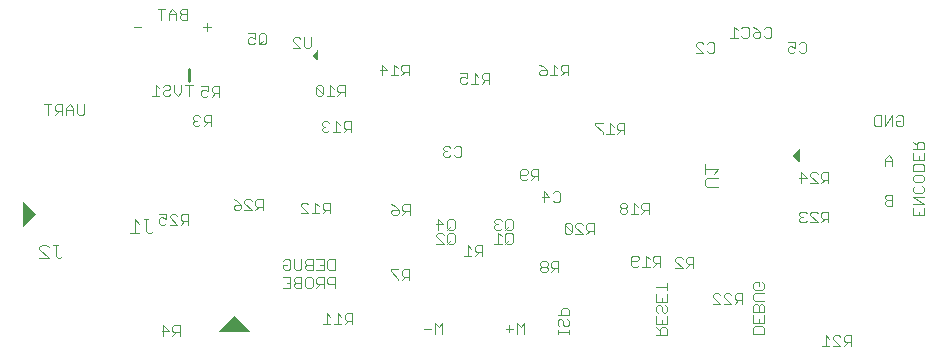
<source format=gbr>
G04 EAGLE Gerber RS-274X export*
G75*
%MOMM*%
%FSLAX34Y34*%
%LPD*%
%INSilkscreen Bottom*%
%IPPOS*%
%AMOC8*
5,1,8,0,0,1.08239X$1,22.5*%
G01*
%ADD10C,0.076200*%
%ADD11C,0.101600*%
%ADD12C,0.250000*%

G36*
X194398Y19702D02*
X194398Y19702D01*
X194486Y19711D01*
X194507Y19721D01*
X194531Y19725D01*
X194608Y19771D01*
X194687Y19810D01*
X194704Y19827D01*
X194724Y19840D01*
X194780Y19909D01*
X194841Y19973D01*
X194850Y19995D01*
X194865Y20014D01*
X194894Y20098D01*
X194929Y20180D01*
X194930Y20204D01*
X194937Y20226D01*
X194935Y20315D01*
X194939Y20404D01*
X194931Y20427D01*
X194931Y20451D01*
X194897Y20533D01*
X194870Y20618D01*
X194854Y20639D01*
X194846Y20658D01*
X194812Y20696D01*
X194758Y20768D01*
X182058Y33468D01*
X182027Y33490D01*
X182010Y33509D01*
X181991Y33519D01*
X181957Y33551D01*
X181913Y33570D01*
X181874Y33597D01*
X181811Y33613D01*
X181750Y33639D01*
X181703Y33641D01*
X181657Y33653D01*
X181592Y33646D01*
X181526Y33649D01*
X181481Y33634D01*
X181434Y33629D01*
X181375Y33600D01*
X181312Y33580D01*
X181268Y33547D01*
X181233Y33530D01*
X181206Y33501D01*
X181198Y33496D01*
X181181Y33485D01*
X181176Y33479D01*
X181162Y33468D01*
X168462Y20768D01*
X168411Y20695D01*
X168355Y20626D01*
X168347Y20604D01*
X168333Y20584D01*
X168311Y20498D01*
X168283Y20414D01*
X168283Y20390D01*
X168278Y20367D01*
X168287Y20278D01*
X168289Y20189D01*
X168298Y20167D01*
X168301Y20144D01*
X168340Y20064D01*
X168374Y19982D01*
X168390Y19964D01*
X168400Y19943D01*
X168465Y19882D01*
X168525Y19816D01*
X168546Y19805D01*
X168563Y19789D01*
X168645Y19754D01*
X168725Y19713D01*
X168751Y19710D01*
X168770Y19701D01*
X168820Y19699D01*
X168910Y19686D01*
X194310Y19686D01*
X194398Y19702D01*
G37*
G36*
X3087Y109139D02*
X3087Y109139D01*
X3111Y109139D01*
X3193Y109173D01*
X3278Y109200D01*
X3299Y109216D01*
X3318Y109224D01*
X3356Y109258D01*
X3428Y109312D01*
X13428Y119312D01*
X13466Y119366D01*
X13511Y119413D01*
X13530Y119457D01*
X13557Y119496D01*
X13573Y119559D01*
X13599Y119620D01*
X13601Y119667D01*
X13613Y119713D01*
X13606Y119778D01*
X13609Y119844D01*
X13594Y119889D01*
X13589Y119936D01*
X13560Y119995D01*
X13540Y120058D01*
X13507Y120102D01*
X13490Y120137D01*
X13461Y120164D01*
X13428Y120208D01*
X3428Y130208D01*
X3355Y130259D01*
X3286Y130315D01*
X3264Y130323D01*
X3244Y130337D01*
X3158Y130359D01*
X3074Y130387D01*
X3050Y130387D01*
X3027Y130393D01*
X2938Y130383D01*
X2849Y130381D01*
X2827Y130372D01*
X2804Y130369D01*
X2724Y130330D01*
X2642Y130296D01*
X2624Y130280D01*
X2603Y130270D01*
X2542Y130205D01*
X2476Y130145D01*
X2465Y130124D01*
X2449Y130107D01*
X2414Y130025D01*
X2373Y129945D01*
X2370Y129919D01*
X2361Y129900D01*
X2359Y129850D01*
X2346Y129760D01*
X2346Y109760D01*
X2362Y109672D01*
X2371Y109584D01*
X2381Y109563D01*
X2385Y109539D01*
X2431Y109462D01*
X2470Y109383D01*
X2487Y109366D01*
X2500Y109346D01*
X2569Y109290D01*
X2633Y109229D01*
X2655Y109220D01*
X2674Y109205D01*
X2758Y109176D01*
X2840Y109141D01*
X2864Y109140D01*
X2886Y109133D01*
X2975Y109135D01*
X3064Y109131D01*
X3087Y109139D01*
G37*
G36*
X660302Y163821D02*
X660302Y163821D01*
X660391Y163823D01*
X660413Y163832D01*
X660436Y163835D01*
X660516Y163874D01*
X660598Y163908D01*
X660616Y163924D01*
X660637Y163934D01*
X660698Y163999D01*
X660764Y164059D01*
X660775Y164080D01*
X660791Y164097D01*
X660826Y164179D01*
X660867Y164259D01*
X660870Y164285D01*
X660879Y164304D01*
X660881Y164354D01*
X660894Y164444D01*
X660894Y174444D01*
X660878Y174532D01*
X660869Y174620D01*
X660859Y174641D01*
X660855Y174665D01*
X660809Y174742D01*
X660770Y174821D01*
X660753Y174838D01*
X660740Y174858D01*
X660671Y174914D01*
X660607Y174975D01*
X660585Y174984D01*
X660566Y174999D01*
X660482Y175028D01*
X660400Y175063D01*
X660376Y175064D01*
X660354Y175071D01*
X660265Y175069D01*
X660176Y175073D01*
X660153Y175065D01*
X660129Y175065D01*
X660047Y175031D01*
X659962Y175004D01*
X659941Y174988D01*
X659922Y174980D01*
X659884Y174946D01*
X659812Y174892D01*
X654812Y169892D01*
X654774Y169839D01*
X654729Y169791D01*
X654710Y169747D01*
X654683Y169708D01*
X654667Y169645D01*
X654641Y169584D01*
X654639Y169537D01*
X654628Y169491D01*
X654634Y169426D01*
X654631Y169360D01*
X654646Y169315D01*
X654651Y169268D01*
X654680Y169209D01*
X654700Y169146D01*
X654733Y169102D01*
X654750Y169067D01*
X654779Y169040D01*
X654812Y168996D01*
X659812Y163996D01*
X659885Y163945D01*
X659954Y163889D01*
X659976Y163881D01*
X659996Y163867D01*
X660082Y163845D01*
X660166Y163817D01*
X660190Y163817D01*
X660213Y163812D01*
X660302Y163821D01*
G37*
G36*
X252222Y250027D02*
X252222Y250027D01*
X252311Y250029D01*
X252333Y250038D01*
X252356Y250041D01*
X252436Y250080D01*
X252518Y250114D01*
X252536Y250130D01*
X252557Y250140D01*
X252618Y250205D01*
X252684Y250265D01*
X252695Y250286D01*
X252711Y250303D01*
X252746Y250385D01*
X252787Y250465D01*
X252790Y250491D01*
X252799Y250510D01*
X252801Y250560D01*
X252814Y250650D01*
X252814Y257650D01*
X252802Y257719D01*
X252801Y257757D01*
X252795Y257771D01*
X252789Y257826D01*
X252779Y257847D01*
X252775Y257871D01*
X252729Y257948D01*
X252690Y258027D01*
X252673Y258044D01*
X252660Y258064D01*
X252591Y258120D01*
X252527Y258181D01*
X252505Y258190D01*
X252486Y258205D01*
X252402Y258234D01*
X252320Y258269D01*
X252296Y258270D01*
X252274Y258277D01*
X252185Y258275D01*
X252096Y258279D01*
X252073Y258271D01*
X252049Y258271D01*
X251967Y258237D01*
X251882Y258210D01*
X251861Y258194D01*
X251842Y258186D01*
X251804Y258152D01*
X251746Y258109D01*
X251743Y258107D01*
X251742Y258106D01*
X251732Y258098D01*
X248232Y254598D01*
X248194Y254545D01*
X248149Y254497D01*
X248130Y254453D01*
X248103Y254414D01*
X248087Y254351D01*
X248061Y254290D01*
X248059Y254243D01*
X248048Y254197D01*
X248054Y254132D01*
X248051Y254066D01*
X248066Y254021D01*
X248071Y253974D01*
X248100Y253915D01*
X248120Y253852D01*
X248153Y253808D01*
X248170Y253773D01*
X248199Y253746D01*
X248232Y253702D01*
X251732Y250202D01*
X251805Y250151D01*
X251874Y250095D01*
X251896Y250087D01*
X251916Y250073D01*
X252002Y250051D01*
X252086Y250023D01*
X252110Y250023D01*
X252133Y250018D01*
X252222Y250027D01*
G37*
D10*
X538861Y17653D02*
X548267Y17653D01*
X548267Y22356D01*
X546699Y23924D01*
X543564Y23924D01*
X541996Y22356D01*
X541996Y17653D01*
X541996Y20788D02*
X538861Y23924D01*
X548267Y27008D02*
X548267Y33279D01*
X548267Y27008D02*
X538861Y27008D01*
X538861Y33279D01*
X543564Y30144D02*
X543564Y27008D01*
X548267Y41066D02*
X546699Y42634D01*
X548267Y41066D02*
X548267Y37931D01*
X546699Y36363D01*
X545132Y36363D01*
X543564Y37931D01*
X543564Y41066D01*
X541996Y42634D01*
X540429Y42634D01*
X538861Y41066D01*
X538861Y37931D01*
X540429Y36363D01*
X548267Y45719D02*
X548267Y51989D01*
X548267Y45719D02*
X538861Y45719D01*
X538861Y51989D01*
X543564Y48854D02*
X543564Y45719D01*
X538861Y58209D02*
X548267Y58209D01*
X548267Y55074D02*
X548267Y61344D01*
X455295Y21550D02*
X455295Y18415D01*
X455295Y19983D02*
X464701Y19983D01*
X464701Y21550D02*
X464701Y18415D01*
X464701Y29355D02*
X463133Y30922D01*
X464701Y29355D02*
X464701Y26219D01*
X463133Y24652D01*
X461566Y24652D01*
X459998Y26219D01*
X459998Y29355D01*
X458430Y30922D01*
X456863Y30922D01*
X455295Y29355D01*
X455295Y26219D01*
X456863Y24652D01*
X455295Y34007D02*
X464701Y34007D01*
X464701Y38710D01*
X463133Y40278D01*
X459998Y40278D01*
X458430Y38710D01*
X458430Y34007D01*
X620903Y18415D02*
X630309Y18415D01*
X620903Y18415D02*
X620903Y23118D01*
X622471Y24686D01*
X628741Y24686D01*
X630309Y23118D01*
X630309Y18415D01*
X630309Y27770D02*
X630309Y34041D01*
X630309Y27770D02*
X620903Y27770D01*
X620903Y34041D01*
X625606Y30906D02*
X625606Y27770D01*
X620903Y37125D02*
X630309Y37125D01*
X630309Y41828D01*
X628741Y43396D01*
X627174Y43396D01*
X625606Y41828D01*
X624038Y43396D01*
X622471Y43396D01*
X620903Y41828D01*
X620903Y37125D01*
X625606Y37125D02*
X625606Y41828D01*
X622471Y46481D02*
X630309Y46481D01*
X622471Y46481D02*
X620903Y48048D01*
X620903Y51184D01*
X622471Y52751D01*
X630309Y52751D01*
X630309Y60539D02*
X628741Y62106D01*
X630309Y60539D02*
X630309Y57403D01*
X628741Y55836D01*
X622471Y55836D01*
X620903Y57403D01*
X620903Y60539D01*
X622471Y62106D01*
X625606Y62106D01*
X625606Y58971D01*
X266573Y72263D02*
X266573Y81669D01*
X266573Y72263D02*
X261870Y72263D01*
X260302Y73831D01*
X260302Y80101D01*
X261870Y81669D01*
X266573Y81669D01*
X257218Y81669D02*
X250947Y81669D01*
X257218Y81669D02*
X257218Y72263D01*
X250947Y72263D01*
X254082Y76966D02*
X257218Y76966D01*
X247863Y72263D02*
X247863Y81669D01*
X243160Y81669D01*
X241592Y80101D01*
X241592Y78534D01*
X243160Y76966D01*
X241592Y75398D01*
X241592Y73831D01*
X243160Y72263D01*
X247863Y72263D01*
X247863Y76966D02*
X243160Y76966D01*
X238507Y73831D02*
X238507Y81669D01*
X238507Y73831D02*
X236940Y72263D01*
X233804Y72263D01*
X232237Y73831D01*
X232237Y81669D01*
X224449Y81669D02*
X222882Y80101D01*
X224449Y81669D02*
X227585Y81669D01*
X229152Y80101D01*
X229152Y73831D01*
X227585Y72263D01*
X224449Y72263D01*
X222882Y73831D01*
X222882Y76966D01*
X226017Y76966D01*
X266573Y66429D02*
X266573Y57023D01*
X266573Y66429D02*
X261870Y66429D01*
X260302Y64861D01*
X260302Y61726D01*
X261870Y60158D01*
X266573Y60158D01*
X257218Y57023D02*
X257218Y66429D01*
X252515Y66429D01*
X250947Y64861D01*
X250947Y61726D01*
X252515Y60158D01*
X257218Y60158D01*
X254082Y60158D02*
X250947Y57023D01*
X246295Y66429D02*
X243160Y66429D01*
X246295Y66429D02*
X247863Y64861D01*
X247863Y58591D01*
X246295Y57023D01*
X243160Y57023D01*
X241592Y58591D01*
X241592Y64861D01*
X243160Y66429D01*
X238507Y66429D02*
X238507Y57023D01*
X238507Y66429D02*
X233804Y66429D01*
X232237Y64861D01*
X232237Y63294D01*
X233804Y61726D01*
X232237Y60158D01*
X232237Y58591D01*
X233804Y57023D01*
X238507Y57023D01*
X238507Y61726D02*
X233804Y61726D01*
X229152Y66429D02*
X222882Y66429D01*
X229152Y66429D02*
X229152Y57023D01*
X222882Y57023D01*
X226017Y61726D02*
X229152Y61726D01*
X54737Y205149D02*
X54737Y212987D01*
X54737Y205149D02*
X53169Y203581D01*
X50034Y203581D01*
X48466Y205149D01*
X48466Y212987D01*
X45382Y209852D02*
X45382Y203581D01*
X45382Y209852D02*
X42246Y212987D01*
X39111Y209852D01*
X39111Y203581D01*
X39111Y208284D02*
X45382Y208284D01*
X36027Y203581D02*
X36027Y212987D01*
X31324Y212987D01*
X29756Y211419D01*
X29756Y208284D01*
X31324Y206716D01*
X36027Y206716D01*
X32891Y206716D02*
X29756Y203581D01*
X23536Y203581D02*
X23536Y212987D01*
X26671Y212987D02*
X20401Y212987D01*
X96726Y278134D02*
X102997Y278134D01*
X155400Y278134D02*
X161671Y278134D01*
X158536Y281269D02*
X158536Y274999D01*
X357759Y27567D02*
X357759Y18161D01*
X354624Y24432D02*
X357759Y27567D01*
X354624Y24432D02*
X351488Y27567D01*
X351488Y18161D01*
X348404Y22864D02*
X342133Y22864D01*
X427101Y18161D02*
X427101Y27567D01*
X423966Y24432D01*
X420830Y27567D01*
X420830Y18161D01*
X417746Y22864D02*
X411475Y22864D01*
X414610Y25999D02*
X414610Y19729D01*
X741886Y201767D02*
X743454Y203335D01*
X746589Y203335D01*
X748157Y201767D01*
X748157Y195497D01*
X746589Y193929D01*
X743454Y193929D01*
X741886Y195497D01*
X741886Y198632D01*
X745022Y198632D01*
X738802Y193929D02*
X738802Y203335D01*
X732531Y193929D01*
X732531Y203335D01*
X729447Y203335D02*
X729447Y193929D01*
X724744Y193929D01*
X723176Y195497D01*
X723176Y201767D01*
X724744Y203335D01*
X729447Y203335D01*
X738759Y166418D02*
X738759Y160147D01*
X738759Y166418D02*
X735624Y169553D01*
X732488Y166418D01*
X732488Y160147D01*
X732488Y164850D02*
X738759Y164850D01*
X738759Y136279D02*
X738759Y126873D01*
X738759Y136279D02*
X734056Y136279D01*
X732488Y134711D01*
X732488Y133144D01*
X734056Y131576D01*
X732488Y130008D01*
X732488Y128441D01*
X734056Y126873D01*
X738759Y126873D01*
X738759Y131576D02*
X734056Y131576D01*
X765691Y125061D02*
X765691Y118791D01*
X756285Y118791D01*
X756285Y125061D01*
X760988Y121926D02*
X760988Y118791D01*
X756285Y128146D02*
X765691Y128146D01*
X756285Y134417D01*
X765691Y134417D01*
X765691Y142204D02*
X764123Y143772D01*
X765691Y142204D02*
X765691Y139069D01*
X764123Y137501D01*
X757853Y137501D01*
X756285Y139069D01*
X756285Y142204D01*
X757853Y143772D01*
X765691Y148424D02*
X765691Y151559D01*
X765691Y148424D02*
X764123Y146856D01*
X757853Y146856D01*
X756285Y148424D01*
X756285Y151559D01*
X757853Y153127D01*
X764123Y153127D01*
X765691Y151559D01*
X765691Y156211D02*
X756285Y156211D01*
X756285Y160914D01*
X757853Y162482D01*
X764123Y162482D01*
X765691Y160914D01*
X765691Y156211D01*
X765691Y165567D02*
X765691Y171837D01*
X765691Y165567D02*
X756285Y165567D01*
X756285Y171837D01*
X760988Y168702D02*
X760988Y165567D01*
X756285Y174922D02*
X765691Y174922D01*
X765691Y179625D01*
X764123Y181192D01*
X760988Y181192D01*
X759420Y179625D01*
X759420Y174922D01*
X759420Y178057D02*
X756285Y181192D01*
X141731Y284099D02*
X141731Y293505D01*
X137028Y293505D01*
X135460Y291937D01*
X135460Y290370D01*
X137028Y288802D01*
X135460Y287234D01*
X135460Y285667D01*
X137028Y284099D01*
X141731Y284099D01*
X141731Y288802D02*
X137028Y288802D01*
X132375Y290370D02*
X132375Y284099D01*
X132375Y290370D02*
X129240Y293505D01*
X126105Y290370D01*
X126105Y284099D01*
X126105Y288802D02*
X132375Y288802D01*
X119885Y284099D02*
X119885Y293505D01*
X123020Y293505D02*
X116750Y293505D01*
X417335Y102519D02*
X417335Y96249D01*
X417335Y102519D02*
X415768Y104087D01*
X412632Y104087D01*
X411065Y102519D01*
X411065Y96249D01*
X412632Y94681D01*
X415768Y94681D01*
X417335Y96249D01*
X414200Y97816D02*
X411065Y94681D01*
X407980Y100952D02*
X404845Y104087D01*
X404845Y94681D01*
X407980Y94681D02*
X401710Y94681D01*
X368201Y96117D02*
X368201Y102387D01*
X366633Y103955D01*
X363498Y103955D01*
X361930Y102387D01*
X361930Y96117D01*
X363498Y94549D01*
X366633Y94549D01*
X368201Y96117D01*
X365066Y97684D02*
X361930Y94549D01*
X358846Y94549D02*
X352575Y94549D01*
X358846Y94549D02*
X352575Y100820D01*
X352575Y102387D01*
X354143Y103955D01*
X357278Y103955D01*
X358846Y102387D01*
X417223Y108055D02*
X417223Y114325D01*
X415655Y115893D01*
X412520Y115893D01*
X410952Y114325D01*
X410952Y108055D01*
X412520Y106487D01*
X415655Y106487D01*
X417223Y108055D01*
X414088Y109622D02*
X410952Y106487D01*
X407868Y114325D02*
X406300Y115893D01*
X403165Y115893D01*
X401597Y114325D01*
X401597Y112758D01*
X403165Y111190D01*
X404732Y111190D01*
X403165Y111190D02*
X401597Y109622D01*
X401597Y108055D01*
X403165Y106487D01*
X406300Y106487D01*
X407868Y108055D01*
X368059Y107933D02*
X368059Y114203D01*
X366492Y115771D01*
X363356Y115771D01*
X361789Y114203D01*
X361789Y107933D01*
X363356Y106365D01*
X366492Y106365D01*
X368059Y107933D01*
X364924Y109500D02*
X361789Y106365D01*
X354001Y106365D02*
X354001Y115771D01*
X358704Y111068D01*
X352434Y111068D01*
D11*
X112804Y105731D02*
X110855Y103782D01*
X108906Y103782D01*
X106957Y105731D01*
X106957Y115476D01*
X108906Y115476D02*
X105008Y115476D01*
X101110Y111578D02*
X97212Y115476D01*
X97212Y103782D01*
X101110Y103782D02*
X93314Y103782D01*
X36114Y84215D02*
X34165Y82266D01*
X32216Y82266D01*
X30267Y84215D01*
X30267Y93960D01*
X32216Y93960D02*
X28318Y93960D01*
X24420Y82266D02*
X16624Y82266D01*
X24420Y82266D02*
X16624Y90062D01*
X16624Y92011D01*
X18573Y93960D01*
X22471Y93960D01*
X24420Y92011D01*
D10*
X610822Y276951D02*
X612390Y278519D01*
X615525Y278519D01*
X617093Y276951D01*
X617093Y270681D01*
X615525Y269113D01*
X612390Y269113D01*
X610822Y270681D01*
X607738Y275384D02*
X604602Y278519D01*
X604602Y269113D01*
X601467Y269113D02*
X607738Y269113D01*
X369226Y177681D02*
X367659Y176113D01*
X369226Y177681D02*
X372362Y177681D01*
X373929Y176113D01*
X373929Y169843D01*
X372362Y168275D01*
X369226Y168275D01*
X367659Y169843D01*
X364574Y176113D02*
X363007Y177681D01*
X359871Y177681D01*
X358304Y176113D01*
X358304Y174546D01*
X359871Y172978D01*
X361439Y172978D01*
X359871Y172978D02*
X358304Y171410D01*
X358304Y169843D01*
X359871Y168275D01*
X363007Y168275D01*
X364574Y169843D01*
X451225Y137505D02*
X452792Y139073D01*
X455928Y139073D01*
X457495Y137505D01*
X457495Y131235D01*
X455928Y129667D01*
X452792Y129667D01*
X451225Y131235D01*
X443437Y129667D02*
X443437Y139073D01*
X448140Y134370D01*
X441870Y134370D01*
D11*
X246728Y262005D02*
X246728Y269498D01*
X246728Y262005D02*
X245229Y260506D01*
X242232Y260506D01*
X240734Y262005D01*
X240734Y269498D01*
X237520Y260506D02*
X231526Y260506D01*
X237520Y260506D02*
X231526Y266500D01*
X231526Y267999D01*
X233024Y269498D01*
X236022Y269498D01*
X237520Y267999D01*
D12*
X143040Y242490D02*
X143040Y232490D01*
D10*
X143124Y229243D02*
X143124Y219837D01*
X139989Y229243D02*
X146260Y229243D01*
X136905Y229243D02*
X136905Y222972D01*
X133769Y219837D01*
X130634Y222972D01*
X130634Y229243D01*
X122846Y229243D02*
X121279Y227675D01*
X122846Y229243D02*
X125982Y229243D01*
X127549Y227675D01*
X127549Y226108D01*
X125982Y224540D01*
X122846Y224540D01*
X121279Y222972D01*
X121279Y221405D01*
X122846Y219837D01*
X125982Y219837D01*
X127549Y221405D01*
X118194Y226108D02*
X115059Y229243D01*
X115059Y219837D01*
X118194Y219837D02*
X111924Y219837D01*
X391541Y93447D02*
X391541Y84201D01*
X391541Y93447D02*
X386918Y93447D01*
X385377Y91906D01*
X385377Y88824D01*
X386918Y87283D01*
X391541Y87283D01*
X388459Y87283D02*
X385377Y84201D01*
X382333Y90365D02*
X379251Y93447D01*
X379251Y84201D01*
X382333Y84201D02*
X376169Y84201D01*
X168783Y219075D02*
X168783Y228321D01*
X164160Y228321D01*
X162619Y226780D01*
X162619Y223698D01*
X164160Y222157D01*
X168783Y222157D01*
X165701Y222157D02*
X162619Y219075D01*
X159575Y228321D02*
X153411Y228321D01*
X159575Y228321D02*
X159575Y223698D01*
X156493Y225239D01*
X154952Y225239D01*
X153411Y223698D01*
X153411Y220616D01*
X154952Y219075D01*
X158034Y219075D01*
X159575Y220616D01*
X330073Y128245D02*
X330073Y118999D01*
X330073Y128245D02*
X325450Y128245D01*
X323909Y126704D01*
X323909Y123622D01*
X325450Y122081D01*
X330073Y122081D01*
X326991Y122081D02*
X323909Y118999D01*
X317783Y126704D02*
X314701Y128245D01*
X317783Y126704D02*
X320865Y123622D01*
X320865Y120540D01*
X319324Y118999D01*
X316242Y118999D01*
X314701Y120540D01*
X314701Y122081D01*
X316242Y123622D01*
X320865Y123622D01*
X329565Y72873D02*
X329565Y63627D01*
X329565Y72873D02*
X324942Y72873D01*
X323401Y71332D01*
X323401Y68250D01*
X324942Y66709D01*
X329565Y66709D01*
X326483Y66709D02*
X323401Y63627D01*
X320357Y72873D02*
X314193Y72873D01*
X314193Y71332D01*
X320357Y65168D01*
X320357Y63627D01*
X456057Y70739D02*
X456057Y79985D01*
X451434Y79985D01*
X449893Y78444D01*
X449893Y75362D01*
X451434Y73821D01*
X456057Y73821D01*
X452975Y73821D02*
X449893Y70739D01*
X446849Y78444D02*
X445308Y79985D01*
X442226Y79985D01*
X440685Y78444D01*
X440685Y76903D01*
X442226Y75362D01*
X440685Y73821D01*
X440685Y72280D01*
X442226Y70739D01*
X445308Y70739D01*
X446849Y72280D01*
X446849Y73821D01*
X445308Y75362D01*
X446849Y76903D01*
X446849Y78444D01*
X445308Y75362D02*
X442226Y75362D01*
X439167Y148623D02*
X439167Y157869D01*
X434544Y157869D01*
X433003Y156328D01*
X433003Y153246D01*
X434544Y151705D01*
X439167Y151705D01*
X436085Y151705D02*
X433003Y148623D01*
X429959Y150164D02*
X428418Y148623D01*
X425336Y148623D01*
X423795Y150164D01*
X423795Y156328D01*
X425336Y157869D01*
X428418Y157869D01*
X429959Y156328D01*
X429959Y154787D01*
X428418Y153246D01*
X423795Y153246D01*
X281305Y35789D02*
X281305Y26543D01*
X281305Y35789D02*
X276682Y35789D01*
X275141Y34248D01*
X275141Y31166D01*
X276682Y29625D01*
X281305Y29625D01*
X278223Y29625D02*
X275141Y26543D01*
X272097Y32707D02*
X269015Y35789D01*
X269015Y26543D01*
X272097Y26543D02*
X265933Y26543D01*
X262889Y32707D02*
X259807Y35789D01*
X259807Y26543D01*
X262889Y26543D02*
X256725Y26543D01*
X262509Y120269D02*
X262509Y129515D01*
X257886Y129515D01*
X256345Y127974D01*
X256345Y124892D01*
X257886Y123351D01*
X262509Y123351D01*
X259427Y123351D02*
X256345Y120269D01*
X253301Y126433D02*
X250219Y129515D01*
X250219Y120269D01*
X253301Y120269D02*
X247137Y120269D01*
X244093Y120269D02*
X237929Y120269D01*
X244093Y120269D02*
X237929Y126433D01*
X237929Y127974D01*
X239470Y129515D01*
X242552Y129515D01*
X244093Y127974D01*
X280289Y189103D02*
X280289Y198349D01*
X275666Y198349D01*
X274125Y196808D01*
X274125Y193726D01*
X275666Y192185D01*
X280289Y192185D01*
X277207Y192185D02*
X274125Y189103D01*
X271081Y195267D02*
X267999Y198349D01*
X267999Y189103D01*
X271081Y189103D02*
X264917Y189103D01*
X261873Y196808D02*
X260332Y198349D01*
X257250Y198349D01*
X255709Y196808D01*
X255709Y195267D01*
X257250Y193726D01*
X258791Y193726D01*
X257250Y193726D02*
X255709Y192185D01*
X255709Y190644D01*
X257250Y189103D01*
X260332Y189103D01*
X261873Y190644D01*
X329311Y237109D02*
X329311Y246355D01*
X324688Y246355D01*
X323147Y244814D01*
X323147Y241732D01*
X324688Y240191D01*
X329311Y240191D01*
X326229Y240191D02*
X323147Y237109D01*
X320103Y243273D02*
X317021Y246355D01*
X317021Y237109D01*
X320103Y237109D02*
X313939Y237109D01*
X306272Y237109D02*
X306272Y246355D01*
X310895Y241732D01*
X304731Y241732D01*
X397383Y239243D02*
X397383Y229997D01*
X397383Y239243D02*
X392760Y239243D01*
X391219Y237702D01*
X391219Y234620D01*
X392760Y233079D01*
X397383Y233079D01*
X394301Y233079D02*
X391219Y229997D01*
X388175Y236161D02*
X385093Y239243D01*
X385093Y229997D01*
X388175Y229997D02*
X382011Y229997D01*
X378967Y239243D02*
X372803Y239243D01*
X378967Y239243D02*
X378967Y234620D01*
X375885Y236161D01*
X374344Y236161D01*
X372803Y234620D01*
X372803Y231538D01*
X374344Y229997D01*
X377426Y229997D01*
X378967Y231538D01*
X464439Y237109D02*
X464439Y246355D01*
X459816Y246355D01*
X458275Y244814D01*
X458275Y241732D01*
X459816Y240191D01*
X464439Y240191D01*
X461357Y240191D02*
X458275Y237109D01*
X455231Y243273D02*
X452149Y246355D01*
X452149Y237109D01*
X455231Y237109D02*
X449067Y237109D01*
X442941Y244814D02*
X439859Y246355D01*
X442941Y244814D02*
X446023Y241732D01*
X446023Y238650D01*
X444482Y237109D01*
X441400Y237109D01*
X439859Y238650D01*
X439859Y240191D01*
X441400Y241732D01*
X446023Y241732D01*
X511937Y196825D02*
X511937Y187579D01*
X511937Y196825D02*
X507314Y196825D01*
X505773Y195284D01*
X505773Y192202D01*
X507314Y190661D01*
X511937Y190661D01*
X508855Y190661D02*
X505773Y187579D01*
X502729Y193743D02*
X499647Y196825D01*
X499647Y187579D01*
X502729Y187579D02*
X496565Y187579D01*
X493521Y196825D02*
X487357Y196825D01*
X487357Y195284D01*
X493521Y189120D01*
X493521Y187579D01*
X532511Y129261D02*
X532511Y120015D01*
X532511Y129261D02*
X527888Y129261D01*
X526347Y127720D01*
X526347Y124638D01*
X527888Y123097D01*
X532511Y123097D01*
X529429Y123097D02*
X526347Y120015D01*
X523303Y126179D02*
X520221Y129261D01*
X520221Y120015D01*
X523303Y120015D02*
X517139Y120015D01*
X514095Y127720D02*
X512554Y129261D01*
X509472Y129261D01*
X507931Y127720D01*
X507931Y126179D01*
X509472Y124638D01*
X507931Y123097D01*
X507931Y121556D01*
X509472Y120015D01*
X512554Y120015D01*
X514095Y121556D01*
X514095Y123097D01*
X512554Y124638D01*
X514095Y126179D01*
X514095Y127720D01*
X512554Y124638D02*
X509472Y124638D01*
X542417Y84557D02*
X542417Y75311D01*
X542417Y84557D02*
X537794Y84557D01*
X536253Y83016D01*
X536253Y79934D01*
X537794Y78393D01*
X542417Y78393D01*
X539335Y78393D02*
X536253Y75311D01*
X533209Y81475D02*
X530127Y84557D01*
X530127Y75311D01*
X533209Y75311D02*
X527045Y75311D01*
X524001Y76852D02*
X522460Y75311D01*
X519378Y75311D01*
X517837Y76852D01*
X517837Y83016D01*
X519378Y84557D01*
X522460Y84557D01*
X524001Y83016D01*
X524001Y81475D01*
X522460Y79934D01*
X517837Y79934D01*
X570357Y83541D02*
X570357Y74295D01*
X570357Y83541D02*
X565734Y83541D01*
X564193Y82000D01*
X564193Y78918D01*
X565734Y77377D01*
X570357Y77377D01*
X567275Y77377D02*
X564193Y74295D01*
X561149Y74295D02*
X554985Y74295D01*
X561149Y74295D02*
X554985Y80459D01*
X554985Y82000D01*
X556526Y83541D01*
X559608Y83541D01*
X561149Y82000D01*
X162053Y194343D02*
X162053Y203589D01*
X157430Y203589D01*
X155889Y202048D01*
X155889Y198966D01*
X157430Y197425D01*
X162053Y197425D01*
X158971Y197425D02*
X155889Y194343D01*
X152845Y202048D02*
X151304Y203589D01*
X148222Y203589D01*
X146681Y202048D01*
X146681Y200507D01*
X148222Y198966D01*
X149763Y198966D01*
X148222Y198966D02*
X146681Y197425D01*
X146681Y195884D01*
X148222Y194343D01*
X151304Y194343D01*
X152845Y195884D01*
X135383Y25789D02*
X135383Y16543D01*
X135383Y25789D02*
X130760Y25789D01*
X129219Y24248D01*
X129219Y21166D01*
X130760Y19625D01*
X135383Y19625D01*
X132301Y19625D02*
X129219Y16543D01*
X121552Y16543D02*
X121552Y25789D01*
X126175Y21166D01*
X120011Y21166D01*
X485775Y102743D02*
X485775Y111989D01*
X481152Y111989D01*
X479611Y110448D01*
X479611Y107366D01*
X481152Y105825D01*
X485775Y105825D01*
X482693Y105825D02*
X479611Y102743D01*
X476567Y102743D02*
X470403Y102743D01*
X476567Y102743D02*
X470403Y108907D01*
X470403Y110448D01*
X471944Y111989D01*
X475026Y111989D01*
X476567Y110448D01*
X467359Y110448D02*
X467359Y104284D01*
X467359Y110448D02*
X465818Y111989D01*
X462736Y111989D01*
X461195Y110448D01*
X461195Y104284D01*
X462736Y102743D01*
X465818Y102743D01*
X467359Y104284D01*
X461195Y110448D01*
X275147Y219743D02*
X275147Y228989D01*
X270524Y228989D01*
X268983Y227448D01*
X268983Y224366D01*
X270524Y222825D01*
X275147Y222825D01*
X272065Y222825D02*
X268983Y219743D01*
X265939Y225907D02*
X262857Y228989D01*
X262857Y219743D01*
X265939Y219743D02*
X259775Y219743D01*
X256731Y221284D02*
X256731Y227448D01*
X255190Y228989D01*
X252108Y228989D01*
X250567Y227448D01*
X250567Y221284D01*
X252108Y219743D01*
X255190Y219743D01*
X256731Y221284D01*
X250567Y227448D01*
X208689Y265027D02*
X208689Y271297D01*
X207121Y272865D01*
X203986Y272865D01*
X202418Y271297D01*
X202418Y265027D01*
X203986Y263459D01*
X207121Y263459D01*
X208689Y265027D01*
X205554Y266594D02*
X202418Y263459D01*
X199334Y272865D02*
X193063Y272865D01*
X199334Y272865D02*
X199334Y268162D01*
X196198Y269730D01*
X194631Y269730D01*
X193063Y268162D01*
X193063Y265027D01*
X194631Y263459D01*
X197766Y263459D01*
X199334Y265027D01*
X703961Y17247D02*
X703961Y8001D01*
X703961Y17247D02*
X699338Y17247D01*
X697797Y15706D01*
X697797Y12624D01*
X699338Y11083D01*
X703961Y11083D01*
X700879Y11083D02*
X697797Y8001D01*
X694753Y8001D02*
X688589Y8001D01*
X694753Y8001D02*
X688589Y14165D01*
X688589Y15706D01*
X690130Y17247D01*
X693212Y17247D01*
X694753Y15706D01*
X685545Y14165D02*
X682463Y17247D01*
X682463Y8001D01*
X685545Y8001D02*
X679381Y8001D01*
X611505Y43561D02*
X611505Y52807D01*
X606882Y52807D01*
X605341Y51266D01*
X605341Y48184D01*
X606882Y46643D01*
X611505Y46643D01*
X608423Y46643D02*
X605341Y43561D01*
X602297Y43561D02*
X596133Y43561D01*
X602297Y43561D02*
X596133Y49725D01*
X596133Y51266D01*
X597674Y52807D01*
X600756Y52807D01*
X602297Y51266D01*
X593089Y43561D02*
X586925Y43561D01*
X593089Y43561D02*
X586925Y49725D01*
X586925Y51266D01*
X588466Y52807D01*
X591548Y52807D01*
X593089Y51266D01*
X684657Y112649D02*
X684657Y121895D01*
X680034Y121895D01*
X678493Y120354D01*
X678493Y117272D01*
X680034Y115731D01*
X684657Y115731D01*
X681575Y115731D02*
X678493Y112649D01*
X675449Y112649D02*
X669285Y112649D01*
X675449Y112649D02*
X669285Y118813D01*
X669285Y120354D01*
X670826Y121895D01*
X673908Y121895D01*
X675449Y120354D01*
X666241Y120354D02*
X664700Y121895D01*
X661618Y121895D01*
X660077Y120354D01*
X660077Y118813D01*
X661618Y117272D01*
X663159Y117272D01*
X661618Y117272D02*
X660077Y115731D01*
X660077Y114190D01*
X661618Y112649D01*
X664700Y112649D01*
X666241Y114190D01*
X684657Y145923D02*
X684657Y155169D01*
X680034Y155169D01*
X678493Y153628D01*
X678493Y150546D01*
X680034Y149005D01*
X684657Y149005D01*
X681575Y149005D02*
X678493Y145923D01*
X675449Y145923D02*
X669285Y145923D01*
X675449Y145923D02*
X669285Y152087D01*
X669285Y153628D01*
X670826Y155169D01*
X673908Y155169D01*
X675449Y153628D01*
X661618Y155169D02*
X661618Y145923D01*
X666241Y150546D02*
X661618Y155169D01*
X660077Y150546D02*
X666241Y150546D01*
X142305Y120023D02*
X142305Y110777D01*
X142305Y120023D02*
X137682Y120023D01*
X136141Y118482D01*
X136141Y115400D01*
X137682Y113859D01*
X142305Y113859D01*
X139223Y113859D02*
X136141Y110777D01*
X133097Y110777D02*
X126933Y110777D01*
X133097Y110777D02*
X126933Y116941D01*
X126933Y118482D01*
X128474Y120023D01*
X131556Y120023D01*
X133097Y118482D01*
X123889Y120023D02*
X117725Y120023D01*
X123889Y120023D02*
X123889Y115400D01*
X120807Y116941D01*
X119266Y116941D01*
X117725Y115400D01*
X117725Y112318D01*
X119266Y110777D01*
X122348Y110777D01*
X123889Y112318D01*
X205551Y122969D02*
X205551Y132215D01*
X200928Y132215D01*
X199387Y130674D01*
X199387Y127592D01*
X200928Y126051D01*
X205551Y126051D01*
X202469Y126051D02*
X199387Y122969D01*
X196343Y122969D02*
X190179Y122969D01*
X196343Y122969D02*
X190179Y129133D01*
X190179Y130674D01*
X191720Y132215D01*
X194802Y132215D01*
X196343Y130674D01*
X184053Y130674D02*
X180971Y132215D01*
X184053Y130674D02*
X187135Y127592D01*
X187135Y124510D01*
X185594Y122969D01*
X182512Y122969D01*
X180971Y124510D01*
X180971Y126051D01*
X182512Y127592D01*
X187135Y127592D01*
X659590Y263743D02*
X661158Y265311D01*
X664293Y265311D01*
X665861Y263743D01*
X665861Y257473D01*
X664293Y255905D01*
X661158Y255905D01*
X659590Y257473D01*
X656506Y265311D02*
X650235Y265311D01*
X656506Y265311D02*
X656506Y260608D01*
X653370Y262176D01*
X651803Y262176D01*
X650235Y260608D01*
X650235Y257473D01*
X651803Y255905D01*
X654938Y255905D01*
X656506Y257473D01*
X631694Y278265D02*
X630126Y276697D01*
X631694Y278265D02*
X634829Y278265D01*
X636397Y276697D01*
X636397Y270427D01*
X634829Y268859D01*
X631694Y268859D01*
X630126Y270427D01*
X623906Y276697D02*
X620771Y278265D01*
X623906Y276697D02*
X627042Y273562D01*
X627042Y270427D01*
X625474Y268859D01*
X622339Y268859D01*
X620771Y270427D01*
X620771Y271994D01*
X622339Y273562D01*
X627042Y273562D01*
X583434Y265311D02*
X581866Y263743D01*
X583434Y265311D02*
X586569Y265311D01*
X588137Y263743D01*
X588137Y257473D01*
X586569Y255905D01*
X583434Y255905D01*
X581866Y257473D01*
X578782Y255905D02*
X572511Y255905D01*
X578782Y255905D02*
X572511Y262176D01*
X572511Y263743D01*
X574079Y265311D01*
X577214Y265311D01*
X578782Y263743D01*
D11*
X581789Y142426D02*
X591534Y142426D01*
X581789Y142426D02*
X579840Y144375D01*
X579840Y148273D01*
X581789Y150222D01*
X591534Y150222D01*
X587636Y154120D02*
X591534Y158018D01*
X579840Y158018D01*
X579840Y154120D02*
X579840Y161916D01*
M02*

</source>
